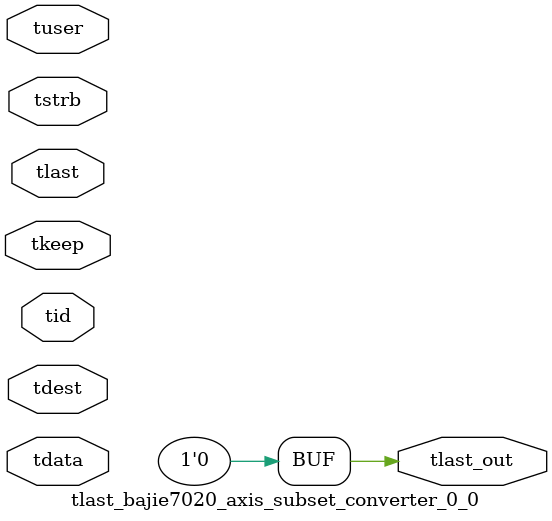
<source format=v>


`timescale 1ps/1ps

module tlast_bajie7020_axis_subset_converter_0_0 #
(
parameter C_S_AXIS_TID_WIDTH   = 1,
parameter C_S_AXIS_TUSER_WIDTH = 0,
parameter C_S_AXIS_TDATA_WIDTH = 0,
parameter C_S_AXIS_TDEST_WIDTH = 0
)
(
input  [(C_S_AXIS_TID_WIDTH   == 0 ? 1 : C_S_AXIS_TID_WIDTH)-1:0       ] tid,
input  [(C_S_AXIS_TDATA_WIDTH == 0 ? 1 : C_S_AXIS_TDATA_WIDTH)-1:0     ] tdata,
input  [(C_S_AXIS_TUSER_WIDTH == 0 ? 1 : C_S_AXIS_TUSER_WIDTH)-1:0     ] tuser,
input  [(C_S_AXIS_TDEST_WIDTH == 0 ? 1 : C_S_AXIS_TDEST_WIDTH)-1:0     ] tdest,
input  [(C_S_AXIS_TDATA_WIDTH/8)-1:0 ] tkeep,
input  [(C_S_AXIS_TDATA_WIDTH/8)-1:0 ] tstrb,
input  [0:0]                                                             tlast,
output                                                                   tlast_out
);

assign tlast_out = {1'b0};

endmodule


</source>
